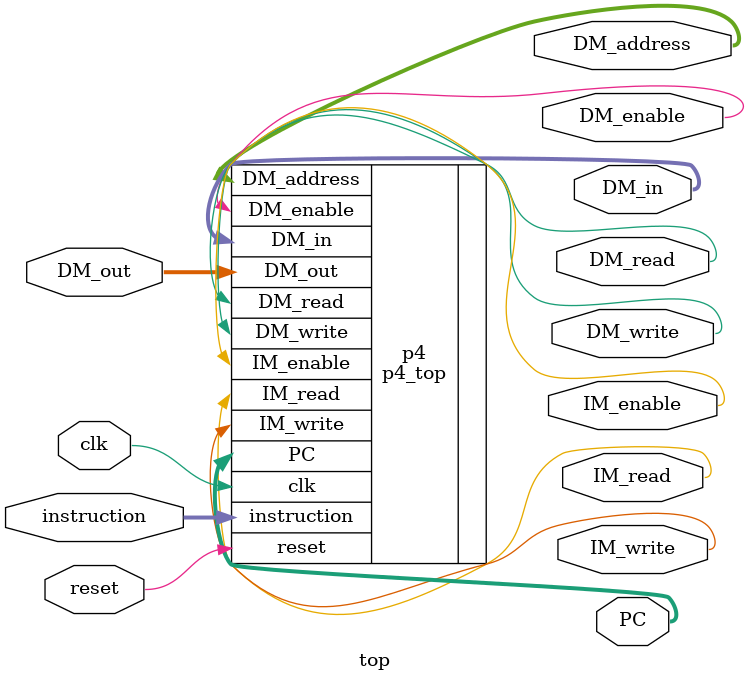
<source format=v>
`include "p4_top.v"

module top (DM_read, DM_write, DM_enable, DM_in, DM_address, PC, IM_read, IM_write, IM_enable, DM_out, instruction, clk, reset);
// FIXME: use Ins_cnt, cycle_cnt instead of PC.
  
  parameter DataSize = 32;
  parameter MemSize = 10;

  input clk;
  input reset;
  input [DataSize-1:0] instruction;
  input [DataSize-1:0] DM_out;

  output DM_read;
  output DM_write;
  output DM_enable;
  output [DataSize-1:0]DM_in;
  output [11:0]DM_address;
  output IM_read;
  output IM_write;
  output IM_enable;
  output [MemSize-1:0] PC;
//  output [9:0]IM_address;

  wire DM_read;
  wire DM_write;
  wire DM_enable;
  wire [DataSize-1:0]DM_in;
  wire [11:0]DM_address;
  wire IM_read;
  wire IM_write;
  wire IM_enable;
  wire [MemSize-1:0] PC;
//  wire [9:0]IM_address;

  p4_top p4 (
    .clk(clk), 
    .reset(reset),
    .instruction(instruction), 
    .DM_out(DM_out),
    .DM_read(DM_read),
    .DM_write(DM_write),
    .DM_enable(DM_enable),
    .DM_in(DM_in),
    .DM_address(DM_address),
    .PC(PC),
    .IM_read(IM_read), 
    .IM_write(IM_write), 
    .IM_enable(IM_enable)); 

endmodule

</source>
